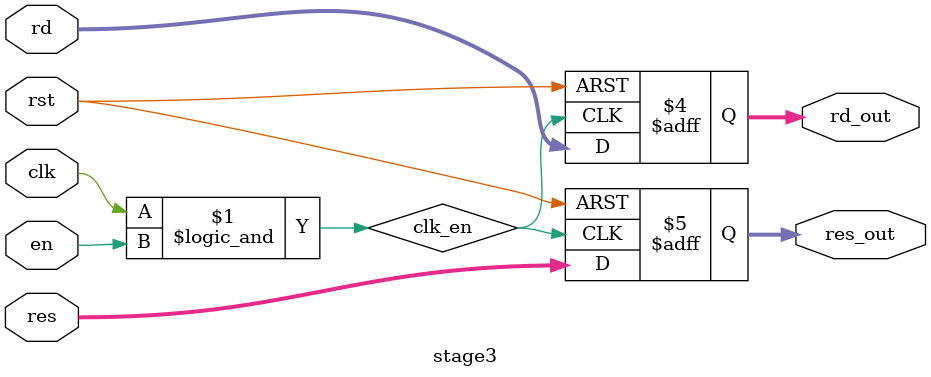
<source format=v>
module stage3(
input [4:0] rd,
input [31:0] res,
input en,
input rst,
input clk,


output reg[4:0] rd_out,
output reg[31:0] res_out
);

assign clk_en = clk && en;

always @(posedge clk_en, negedge rst) begin
	if (!rst) begin
		res_out <= 0;
		rd_out <= 0;
	end
	else begin
		res_out <= res;
		rd_out <= rd;
	end
end

endmodule
</source>
